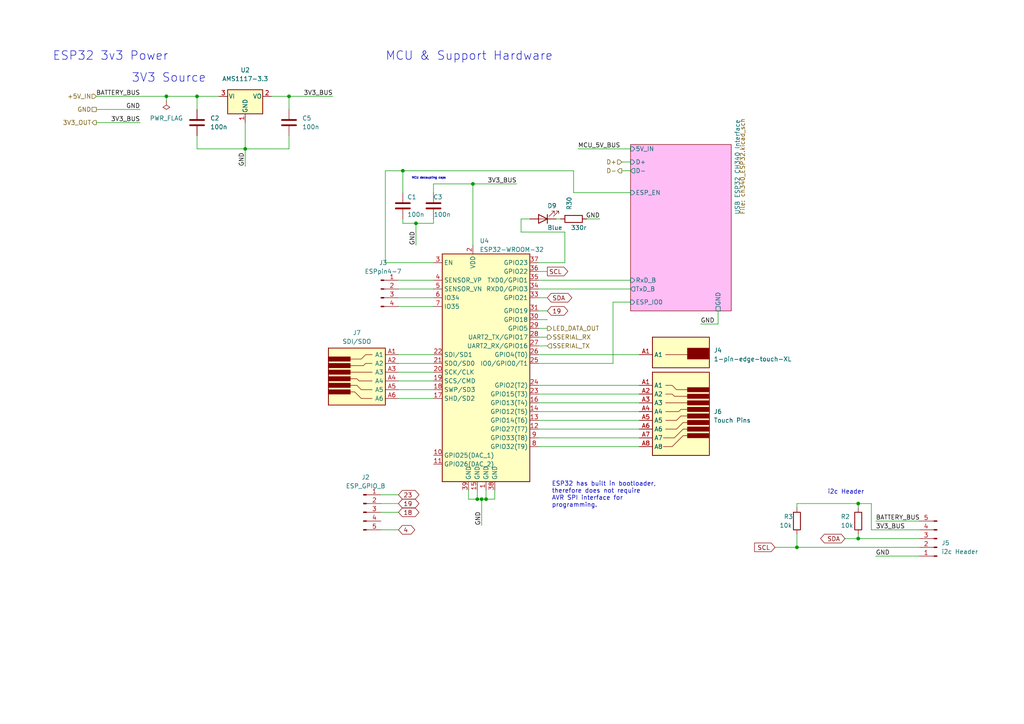
<source format=kicad_sch>
(kicad_sch (version 20230121) (generator eeschema)
  (paper "A4")
  (lib_symbols
    (symbol "000-edge-connectors-immo:1-pin-edge-touch-XL"
      (property "Reference" "J" (at -8.89 22.86 0))
      (property "Value" "1-pin-edge-touch-XL" (at -2.54 20.32 0))
      (symbol "1-pin-edge-touch-XL_0_1"
        (rectangle (start -11.43 17.78) (end 5.08 8.89) (stroke (width 0.254)) (fill (type background)))
        (rectangle (start -1.27 14.605) (end 5.08 11.43) (fill (type color) (color 132 0 0 1)))
        (polyline (pts (xy -7.62 12.7) (xy -5.715 12.7) (xy -5.08 12.7) (xy -1.27 12.7)))
      )
      (symbol "1-pin-edge-touch-XL_1_1"
        (pin passive line (at -15.24 12.7 0) (length 3.81) (name "A1") (number "A1"))
      )
    )
    (symbol "000-edge-connectors-immo:6-pin-edge-touch"
      (property "Reference" "J" (at -8.89 22.86 0))
      (property "Value" "6-pin-edge-touch" (at -2.54 20.32 0))
      (symbol "6-pin-edge-touch_0_1"
        (rectangle (start -11.43 17.145) (end 5.08 0.635) (stroke (width 0.254)) (fill (type background)))
        (rectangle (start -1.27 5.08) (end 5.08 3.81) (fill (type color) (color 132 0 0 1)))
        (rectangle (start -1.27 6.985) (end 5.08 5.715) (fill (type color) (color 132 0 0 1)))
        (rectangle (start -1.27 8.89) (end 5.08 7.62) (fill (type color) (color 132 0 0 1)))
        (rectangle (start -1.27 10.795) (end 5.08 9.525) (fill (type color) (color 132 0 0 1)))
        (rectangle (start -1.27 12.7) (end 5.08 11.43) (fill (type color) (color 132 0 0 1)))
        (rectangle (start -1.27 14.605) (end 5.08 13.335) (fill (type color) (color 132 0 0 1)))
        (polyline (pts (xy -7.62 10.16) (xy -1.27 10.16)))
        (polyline (pts (xy -7.62 2.54) (xy -4.445 2.54) (xy -2.54 4.445) (xy -1.27 4.445)))
        (polyline (pts (xy -7.62 5.08) (xy -4.445 5.08) (xy -3.175 6.35) (xy -1.27 6.35)))
        (polyline (pts (xy -7.62 7.62) (xy -3.81 7.62) (xy -3.175 8.255) (xy -1.27 8.255)))
        (polyline (pts (xy -7.62 12.7) (xy -5.715 12.7) (xy -5.08 12.065) (xy -1.27 12.065)))
        (polyline (pts (xy -7.62 15.24) (xy -5.715 15.24) (xy -4.445 13.97) (xy -1.27 13.97)))
      )
      (symbol "6-pin-edge-touch_1_1"
        (pin passive line (at -15.24 15.24 0) (length 3.81) (name "A1") (number "A1"))
        (pin passive line (at -15.24 12.7 0) (length 3.81) (name "A2") (number "A2"))
        (pin passive line (at -15.24 10.16 0) (length 3.81) (name "A3") (number "A3"))
        (pin passive line (at -15.24 7.62 0) (length 3.81) (name "A4") (number "A4"))
        (pin passive line (at -15.24 5.08 0) (length 3.81) (name "A5") (number "A5"))
        (pin passive line (at -15.24 2.54 0) (length 3.81) (name "A6") (number "A6"))
      )
    )
    (symbol "000-edge-connectors-immo:8-pin-edge-touch"
      (property "Reference" "J" (at -8.89 22.86 0))
      (property "Value" "8-pin-edge-touch" (at -2.54 20.32 0))
      (symbol "8-pin-edge-touch_0_1"
        (rectangle (start -11.43 19.05) (end 5.08 -5.08) (stroke (width 0.254)) (fill (type background)))
        (rectangle (start -1.27 1.27) (end 5.08 0) (fill (type color) (color 132 0 0 1)))
        (rectangle (start -1.27 3.175) (end 5.08 1.905) (fill (type color) (color 132 0 0 1)))
        (rectangle (start -1.27 5.08) (end 5.08 3.81) (fill (type color) (color 132 0 0 1)))
        (rectangle (start -1.27 6.985) (end 5.08 5.715) (fill (type color) (color 132 0 0 1)))
        (rectangle (start -1.27 8.89) (end 5.08 7.62) (fill (type color) (color 132 0 0 1)))
        (rectangle (start -1.27 10.795) (end 5.08 9.525) (fill (type color) (color 132 0 0 1)))
        (rectangle (start -1.27 12.7) (end 5.08 11.43) (fill (type color) (color 132 0 0 1)))
        (rectangle (start -1.27 14.605) (end 5.08 13.335) (fill (type color) (color 132 0 0 1)))
        (polyline (pts (xy -7.62 10.16) (xy -1.27 10.16)))
        (polyline (pts (xy -8.255 -2.54) (xy -5.715 -2.54) (xy -2.54 0.635) (xy -1.27 0.635)))
        (polyline (pts (xy -8.255 0) (xy -5.08 0) (xy -2.54 2.54) (xy -1.27 2.54)))
        (polyline (pts (xy -7.62 2.54) (xy -4.445 2.54) (xy -2.54 4.445) (xy -1.27 4.445)))
        (polyline (pts (xy -7.62 5.08) (xy -4.445 5.08) (xy -3.175 6.35) (xy -1.27 6.35)))
        (polyline (pts (xy -7.62 7.62) (xy -3.81 7.62) (xy -3.175 8.255) (xy -1.27 8.255)))
        (polyline (pts (xy -7.62 12.7) (xy -5.715 12.7) (xy -5.08 12.065) (xy -1.27 12.065)))
        (polyline (pts (xy -7.62 15.24) (xy -5.715 15.24) (xy -4.445 13.97) (xy -1.27 13.97)))
      )
      (symbol "8-pin-edge-touch_1_1"
        (pin passive line (at -15.24 15.24 0) (length 3.81) (name "A1") (number "A1"))
        (pin passive line (at -15.24 12.7 0) (length 3.81) (name "A2") (number "A2"))
        (pin passive line (at -15.24 10.16 0) (length 3.81) (name "A3") (number "A3"))
        (pin passive line (at -15.24 7.62 0) (length 3.81) (name "A4") (number "A4"))
        (pin passive line (at -15.24 5.08 0) (length 3.81) (name "A5") (number "A5"))
        (pin passive line (at -15.24 2.54 0) (length 3.81) (name "A6") (number "A6"))
        (pin passive line (at -15.24 0 0) (length 3.81) (name "A7") (number "A7"))
        (pin passive line (at -15.24 -2.54 0) (length 3.81) (name "A8") (number "A8"))
      )
    )
    (symbol "000_Capacitor_Film_Immo:cap_film_0805" (pin_numbers hide) (pin_names (offset 0.254))
      (property "Reference" "C" (at 0.635 2.54 0))
      (property "Value" "cap_film_0805" (at 0.635 -2.54 0))
      (symbol "cap_film_0805_0_1"
        (polyline (pts (xy -2.032 -0.762) (xy 2.032 -0.762)) (stroke (width 0.508)))
        (polyline (pts (xy -2.032 0.762) (xy 2.032 0.762)) (stroke (width 0.508)))
      )
      (symbol "cap_film_0805_1_1"
        (pin passive line (at 0 3.81 270) (length 2.794) (name "~") (number "1"))
        (pin passive line (at 0 -3.81 90) (length 2.794) (name "~") (number "2"))
      )
    )
    (symbol "000_Diodes_Immo:LED_0805_smd" (pin_numbers hide) (pin_names (offset 1.016) hide)
      (property "Reference" "D" (at 0 2.54 0))
      (property "Value" "LED_0805_smd" (at 0 -3.81 0))
      (symbol "LED_0805_smd_0_1"
        (polyline (pts (xy -1.27 -1.27) (xy -1.27 1.27)) (stroke (width 0.254)))
        (polyline (pts (xy -1.27 0) (xy 1.27 0)))
        (polyline (pts (xy 1.27 -1.27) (xy 1.27 1.27) (xy -1.27 0) (xy 1.27 -1.27)) (stroke (width 0.254)))
        (polyline (pts (xy -3.048 -0.762) (xy -4.572 -2.286) (xy -3.81 -2.286) (xy -4.572 -2.286) (xy -4.572 -1.524)))
        (polyline (pts (xy -1.778 -0.762) (xy -3.302 -2.286) (xy -2.54 -2.286) (xy -3.302 -2.286) (xy -3.302 -1.524)))
      )
      (symbol "LED_0805_smd_1_1"
        (pin passive line (at -3.81 0 0) (length 2.54) (name "K") (number "1"))
        (pin passive line (at 3.81 0 180) (length 2.54) (name "A") (number "2"))
      )
    )
    (symbol "000_MCU_microcontrollers_Immo:ESP32-WROOM-32_2"
      (property "Reference" "U" (at -12.7 34.29 0))
      (property "Value" "ESP32-WROOM-32" (at 1.27 34.29 0))
      (symbol "ESP32-WROOM-32_2_0_1"
        (rectangle (start -12.7 33.02) (end 12.7 -33.02) (stroke (width 0.254)) (fill (type background)))
      )
      (symbol "ESP32-WROOM-32_2_1_1"
        (pin power_in line (at 0 -35.56 90) (length 2.54) (name "GND") (number "1"))
        (pin bidirectional line (at -15.24 -25.4 0) (length 2.54) (name "GPIO25(DAC_1)") (number "10"))
        (pin bidirectional line (at -15.24 -27.94 0) (length 2.54) (name "GPIO26(DAC_2)") (number "11"))
        (pin bidirectional line (at 15.24 -17.78 180) (length 2.54) (name "GPIO27(T7)") (number "12"))
        (pin bidirectional line (at 15.24 -15.24 180) (length 2.54) (name "GPIO14(T6)") (number "13"))
        (pin bidirectional line (at 15.24 -12.7 180) (length 2.54) (name "GPIO12(T5)") (number "14"))
        (pin passive line (at -2.54 -35.56 90) (length 2.54) (name "GND") (number "15"))
        (pin bidirectional line (at 15.24 -10.16 180) (length 2.54) (name "GPIO13(T4)") (number "16"))
        (pin bidirectional line (at -15.24 -8.89 0) (length 2.54) (name "SHD/SD2") (number "17"))
        (pin bidirectional line (at -15.24 -6.35 0) (length 2.54) (name "SWP/SD3") (number "18"))
        (pin bidirectional line (at -15.24 -3.81 0) (length 2.54) (name "SCS/CMD") (number "19"))
        (pin power_in line (at -3.81 35.56 270) (length 2.54) (name "VDD") (number "2"))
        (pin bidirectional line (at -15.24 -1.27 0) (length 2.54) (name "SCK/CLK") (number "20"))
        (pin bidirectional line (at -15.24 1.27 0) (length 2.54) (name "SDO/SD0") (number "21"))
        (pin bidirectional line (at -15.24 3.81 0) (length 2.54) (name "SDI/SD1") (number "22"))
        (pin bidirectional line (at 15.24 -7.62 180) (length 2.54) (name "GPIO15(T3)") (number "23"))
        (pin bidirectional line (at 15.24 -5.08 180) (length 2.54) (name "GPIO2(T2)") (number "24"))
        (pin bidirectional line (at 15.24 1.27 180) (length 2.54) (name "IO0/GPIO0/T1") (number "25"))
        (pin bidirectional line (at 15.24 3.81 180) (length 2.54) (name "GPIO4(T0)") (number "26"))
        (pin bidirectional line (at 15.24 6.35 180) (length 2.54) (name "UART2_RX/GPIO16") (number "27"))
        (pin bidirectional line (at 15.24 8.89 180) (length 2.54) (name "UART2_TX/GPIO17") (number "28"))
        (pin bidirectional line (at 15.24 11.43 180) (length 2.54) (name "GPIO5") (number "29"))
        (pin input line (at -15.24 30.48 0) (length 2.54) (name "EN") (number "3"))
        (pin bidirectional line (at 15.24 13.97 180) (length 2.54) (name "GPIO18") (number "30"))
        (pin bidirectional line (at 15.24 16.51 180) (length 2.54) (name "GPIO19") (number "31"))
        (pin no_connect line (at 5.08 -35.56 90) (length 2.54) hide (name "NC") (number "32"))
        (pin bidirectional line (at 15.24 20.32 180) (length 2.54) (name "GPIO21") (number "33"))
        (pin bidirectional line (at 15.24 22.86 180) (length 2.54) (name "RXD0/GPIO3") (number "34"))
        (pin bidirectional line (at 15.24 25.4 180) (length 2.54) (name "TXD0/GPIO1") (number "35"))
        (pin bidirectional line (at 15.24 27.94 180) (length 2.54) (name "GPIO22") (number "36"))
        (pin bidirectional line (at 15.24 30.48 180) (length 2.54) (name "GPIO23") (number "37"))
        (pin passive line (at 2.54 -35.56 90) (length 2.54) (name "GND") (number "38"))
        (pin passive line (at -5.08 -35.56 90) (length 2.54) (name "GND") (number "39"))
        (pin input line (at -15.24 25.4 0) (length 2.54) (name "SENSOR_VP") (number "4"))
        (pin input line (at -15.24 22.86 0) (length 2.54) (name "SENSOR_VN") (number "5"))
        (pin input line (at -15.24 20.32 0) (length 2.54) (name "IO34") (number "6"))
        (pin input line (at -15.24 17.78 0) (length 2.54) (name "IO35") (number "7"))
        (pin bidirectional line (at 15.24 -22.86 180) (length 2.54) (name "GPIO32(T9)") (number "8"))
        (pin bidirectional line (at 15.24 -20.32 180) (length 2.54) (name "GPIO33(T8)") (number "9"))
      )
    )
    (symbol "000_Resistors_Immo:Resistor_0805" (pin_numbers hide) (pin_names (offset 0))
      (property "Reference" "R?" (at 2.54 1.2701 0))
      (property "Value" "Resistor_0805" (at 2.54 -1.2699 0))
      (symbol "Resistor_0805_0_1"
        (rectangle (start -1.016 -2.54) (end 1.016 2.54) (stroke (width 0.254)))
      )
      (symbol "Resistor_0805_1_1"
        (pin passive line (at 0 3.81 270) (length 1.27) (name "~") (number "1"))
        (pin passive line (at 0 -3.81 90) (length 1.27) (name "~") (number "2"))
      )
    )
    (symbol "Connector:Conn_01x04_Male" (pin_names (offset 1.016) hide)
      (property "Reference" "J" (at 0 5.08 0))
      (property "Value" "Conn_01x04_Male" (at 0 -7.62 0))
      (symbol "Conn_01x04_Male_1_1"
        (polyline (pts (xy 1.27 -5.08) (xy 0.8636 -5.08)) (stroke (width 0.1524)))
        (polyline (pts (xy 1.27 -2.54) (xy 0.8636 -2.54)) (stroke (width 0.1524)))
        (polyline (pts (xy 1.27 0) (xy 0.8636 0)) (stroke (width 0.1524)))
        (polyline (pts (xy 1.27 2.54) (xy 0.8636 2.54)) (stroke (width 0.1524)))
        (rectangle (start 0.8636 -4.953) (end 0 -5.207) (stroke (width 0.1524)) (fill (type outline)))
        (rectangle (start 0.8636 -2.413) (end 0 -2.667) (stroke (width 0.1524)) (fill (type outline)))
        (rectangle (start 0.8636 0.127) (end 0 -0.127) (stroke (width 0.1524)) (fill (type outline)))
        (rectangle (start 0.8636 2.667) (end 0 2.413) (stroke (width 0.1524)) (fill (type outline)))
        (pin passive line (at 5.08 2.54 180) (length 3.81) (name "Pin_1") (number "1"))
        (pin passive line (at 5.08 0 180) (length 3.81) (name "Pin_2") (number "2"))
        (pin passive line (at 5.08 -2.54 180) (length 3.81) (name "Pin_3") (number "3"))
        (pin passive line (at 5.08 -5.08 180) (length 3.81) (name "Pin_4") (number "4"))
      )
    )
    (symbol "Connector:Conn_01x05_Male" (pin_names (offset 1.016) hide)
      (property "Reference" "J" (at 0 7.62 0))
      (property "Value" "Conn_01x05_Male" (at 0 -7.62 0))
      (symbol "Conn_01x05_Male_1_1"
        (polyline (pts (xy 1.27 -5.08) (xy 0.8636 -5.08)) (stroke (width 0.1524)))
        (polyline (pts (xy 1.27 -2.54) (xy 0.8636 -2.54)) (stroke (width 0.1524)))
        (polyline (pts (xy 1.27 0) (xy 0.8636 0)) (stroke (width 0.1524)))
        (polyline (pts (xy 1.27 2.54) (xy 0.8636 2.54)) (stroke (width 0.1524)))
        (polyline (pts (xy 1.27 5.08) (xy 0.8636 5.08)) (stroke (width 0.1524)))
        (rectangle (start 0.8636 -4.953) (end 0 -5.207) (stroke (width 0.1524)) (fill (type outline)))
        (rectangle (start 0.8636 -2.413) (end 0 -2.667) (stroke (width 0.1524)) (fill (type outline)))
        (rectangle (start 0.8636 0.127) (end 0 -0.127) (stroke (width 0.1524)) (fill (type outline)))
        (rectangle (start 0.8636 2.667) (end 0 2.413) (stroke (width 0.1524)) (fill (type outline)))
        (rectangle (start 0.8636 5.207) (end 0 4.953) (stroke (width 0.1524)) (fill (type outline)))
        (pin passive line (at 5.08 5.08 180) (length 3.81) (name "Pin_1") (number "1"))
        (pin passive line (at 5.08 2.54 180) (length 3.81) (name "Pin_2") (number "2"))
        (pin passive line (at 5.08 0 180) (length 3.81) (name "Pin_3") (number "3"))
        (pin passive line (at 5.08 -2.54 180) (length 3.81) (name "Pin_4") (number "4"))
        (pin passive line (at 5.08 -5.08 180) (length 3.81) (name "Pin_5") (number "5"))
      )
    )
    (symbol "Regulator_Linear:AMS1117-3.3" (pin_names (offset 0.254))
      (property "Reference" "U" (at -3.81 3.175 0))
      (property "Value" "AMS1117-3.3" (at 0 3.175 0))
      (symbol "AMS1117-3.3_0_1"
        (rectangle (start -5.08 -5.08) (end 5.08 1.905) (stroke (width 0.254)) (fill (type background)))
      )
      (symbol "AMS1117-3.3_1_1"
        (pin power_in line (at 0 -7.62 90) (length 2.54) (name "GND") (number "1"))
        (pin power_out line (at 7.62 0 180) (length 2.54) (name "VO") (number "2"))
        (pin power_in line (at -7.62 0 0) (length 2.54) (name "VI") (number "3"))
      )
    )
    (symbol "power:PWR_FLAG" (power) (pin_numbers hide) (pin_names (offset 0) hide)
      (property "Value" "PWR_FLAG" (at 0 3.81 0))
      (symbol "PWR_FLAG_0_0"
        (pin power_out line (at 0 0 90) (length 0) (name "pwr") (number "1"))
      )
      (symbol "PWR_FLAG_0_1"
        (polyline (pts (xy 0 0) (xy 0 1.27) (xy -1.016 1.905) (xy 0 2.54) (xy 1.016 1.905) (xy 0 1.27)))
      )
    )
  )
  (junction (at 248.92 156.21))
  (junction (at 57.15 27.94))
  (junction (at 139.7 144.78))
  (junction (at 138.43 144.78))
  (junction (at 120.65 64.77))
  (junction (at 140.97 144.78))
  (junction (at 116.84 49.53))
  (junction (at 137.16 53.34))
  (junction (at 248.92 146.05))
  (junction (at 83.82 27.94))
  (junction (at 71.12 43.18))
  (junction (at 48.26 27.94))
  (junction (at 231.14 158.75))
  (wire (pts (xy 115.57 115.57) (xy 125.73 115.57)))
  (wire (pts (xy 110.49 146.05) (xy 115.57 146.05)))
  (wire (pts (xy 138.43 144.78) (xy 135.89 144.78)))
  (wire (pts (xy 139.7 144.78) (xy 139.7 152.4)))
  (wire (pts (xy 156.21 114.3) (xy 185.42 114.3)))
  (wire (pts (xy 137.16 53.34) (xy 137.16 71.12)))
  (wire (pts (xy 208.28 93.98) (xy 203.2 93.98)))
  (wire (pts (xy 116.84 64.77) (xy 120.65 64.77)))
  (wire (pts (xy 156.21 86.36) (xy 158.75 86.36)))
  (wire (pts (xy 161.29 63.5) (xy 162.56 63.5)))
  (wire (pts (xy 125.73 53.34) (xy 137.16 53.34)))
  (wire (pts (xy 48.26 27.94) (xy 57.15 27.94)))
  (wire (pts (xy 27.94 27.94) (xy 48.26 27.94)))
  (wire (pts (xy 156.21 95.25) (xy 158.75 95.25)))
  (wire (pts (xy 149.86 53.34) (xy 137.16 53.34)))
  (wire (pts (xy 57.15 27.94) (xy 63.5 27.94)))
  (wire (pts (xy 139.7 144.78) (xy 138.43 144.78)))
  (wire (pts (xy 120.65 64.77) (xy 120.65 71.12)))
  (wire (pts (xy 156.21 92.71) (xy 158.75 92.71)))
  (wire (pts (xy 116.84 49.53) (xy 166.37 49.53)))
  (wire (pts (xy 48.26 27.94) (xy 48.26 29.21)))
  (wire (pts (xy 115.57 110.49) (xy 125.73 110.49)))
  (wire (pts (xy 163.83 76.2) (xy 163.83 67.31)))
  (wire (pts (xy 158.75 97.79) (xy 156.21 97.79)))
  (wire (pts (xy 71.12 43.18) (xy 83.82 43.18)))
  (wire (pts (xy 156.21 121.92) (xy 185.42 121.92)))
  (wire (pts (xy 254 161.29) (xy 266.7 161.29)))
  (wire (pts (xy 140.97 144.78) (xy 143.51 144.78)))
  (wire (pts (xy 110.49 153.67) (xy 115.57 153.67)))
  (wire (pts (xy 252.73 146.05) (xy 252.73 153.67)))
  (wire (pts (xy 156.21 76.2) (xy 163.83 76.2)))
  (wire (pts (xy 180.34 49.53) (xy 182.88 49.53)))
  (wire (pts (xy 125.73 63.5) (xy 125.73 64.77)))
  (wire (pts (xy 156.21 105.41) (xy 177.8 105.41)))
  (wire (pts (xy 177.8 87.63) (xy 177.8 105.41)))
  (wire (pts (xy 167.64 43.18) (xy 182.88 43.18)))
  (wire (pts (xy 170.18 63.5) (xy 173.99 63.5)))
  (wire (pts (xy 115.57 88.9) (xy 125.73 88.9)))
  (wire (pts (xy 156.21 102.87) (xy 185.42 102.87)))
  (wire (pts (xy 248.92 156.21) (xy 266.7 156.21)))
  (wire (pts (xy 138.43 144.78) (xy 138.43 142.24)))
  (wire (pts (xy 252.73 153.67) (xy 266.7 153.67)))
  (wire (pts (xy 115.57 81.28) (xy 125.73 81.28)))
  (wire (pts (xy 156.21 81.28) (xy 182.88 81.28)))
  (wire (pts (xy 78.74 27.94) (xy 83.82 27.94)))
  (wire (pts (xy 115.57 102.87) (xy 125.73 102.87)))
  (wire (pts (xy 156.21 83.82) (xy 182.88 83.82)))
  (wire (pts (xy 231.14 158.75) (xy 266.7 158.75)))
  (wire (pts (xy 156.21 116.84) (xy 185.42 116.84)))
  (wire (pts (xy 180.34 46.99) (xy 182.88 46.99)))
  (wire (pts (xy 166.37 55.88) (xy 182.88 55.88)))
  (wire (pts (xy 135.89 144.78) (xy 135.89 142.24)))
  (wire (pts (xy 110.49 143.51) (xy 115.57 143.51)))
  (wire (pts (xy 151.13 67.31) (xy 151.13 63.5)))
  (wire (pts (xy 252.73 146.05) (xy 248.92 146.05)))
  (wire (pts (xy 156.21 78.74) (xy 158.75 78.74)))
  (wire (pts (xy 156.21 124.46) (xy 185.42 124.46)))
  (wire (pts (xy 27.94 35.56) (xy 40.64 35.56)))
  (wire (pts (xy 163.83 67.31) (xy 151.13 67.31)))
  (wire (pts (xy 83.82 39.37) (xy 83.82 43.18)))
  (wire (pts (xy 125.73 76.2) (xy 111.76 76.2)))
  (wire (pts (xy 115.57 113.03) (xy 125.73 113.03)))
  (wire (pts (xy 83.82 27.94) (xy 96.52 27.94)))
  (wire (pts (xy 254 151.13) (xy 266.7 151.13)))
  (wire (pts (xy 177.8 87.63) (xy 182.88 87.63)))
  (wire (pts (xy 156.21 111.76) (xy 185.42 111.76)))
  (wire (pts (xy 140.97 144.78) (xy 139.7 144.78)))
  (wire (pts (xy 71.12 43.18) (xy 57.15 43.18)))
  (wire (pts (xy 248.92 146.05) (xy 231.14 146.05)))
  (wire (pts (xy 245.11 156.21) (xy 248.92 156.21)))
  (wire (pts (xy 115.57 105.41) (xy 125.73 105.41)))
  (wire (pts (xy 156.21 127) (xy 185.42 127)))
  (wire (pts (xy 27.94 31.75) (xy 40.64 31.75)))
  (wire (pts (xy 115.57 86.36) (xy 125.73 86.36)))
  (wire (pts (xy 71.12 43.18) (xy 71.12 48.26)))
  (wire (pts (xy 156.21 129.54) (xy 185.42 129.54)))
  (wire (pts (xy 110.49 148.59) (xy 115.57 148.59)))
  (wire (pts (xy 156.21 90.17) (xy 158.75 90.17)))
  (wire (pts (xy 143.51 144.78) (xy 143.51 142.24)))
  (wire (pts (xy 57.15 27.94) (xy 57.15 31.75)))
  (wire (pts (xy 140.97 142.24) (xy 140.97 144.78)))
  (wire (pts (xy 115.57 107.95) (xy 125.73 107.95)))
  (wire (pts (xy 158.75 100.33) (xy 156.21 100.33)))
  (wire (pts (xy 111.76 49.53) (xy 116.84 49.53)))
  (wire (pts (xy 231.14 146.05) (xy 231.14 147.32)))
  (wire (pts (xy 71.12 35.56) (xy 71.12 43.18)))
  (wire (pts (xy 224.79 158.75) (xy 231.14 158.75)))
  (wire (pts (xy 156.21 119.38) (xy 185.42 119.38)))
  (wire (pts (xy 116.84 63.5) (xy 116.84 64.77)))
  (wire (pts (xy 83.82 27.94) (xy 83.82 31.75)))
  (wire (pts (xy 151.13 63.5) (xy 153.67 63.5)))
  (wire (pts (xy 231.14 158.75) (xy 231.14 154.94)))
  (wire (pts (xy 248.92 147.32) (xy 248.92 146.05)))
  (wire (pts (xy 125.73 55.88) (xy 125.73 53.34)))
  (wire (pts (xy 57.15 39.37) (xy 57.15 43.18)))
  (wire (pts (xy 116.84 49.53) (xy 116.84 55.88)))
  (wire (pts (xy 115.57 83.82) (xy 125.73 83.82)))
  (wire (pts (xy 111.76 76.2) (xy 111.76 49.53)))
  (wire (pts (xy 248.92 154.94) (xy 248.92 156.21)))
  (wire (pts (xy 208.28 90.17) (xy 208.28 93.98)))
  (wire (pts (xy 166.37 49.53) (xy 166.37 55.88)))
  (wire (pts (xy 125.73 64.77) (xy 120.65 64.77)))
  (text "MCU & Support Hardware" (at 111.76 17.78 0) (effects (font (size 2.5 2.5)) (justify left bottom)))
  (text "MCU decoupling caps" (at 119.38 52.07 0) (effects (font (size 0.6 0.6)) (justify left bottom)))
  (text "ESP32 3v3 Power" (at 15.24 17.78 0) (effects (font (size 2.5 2.5)) (justify left bottom)))
  (text "ESP32 has built in bootloader,\ntherefore does not require\nAVR SPI interface for\nprogramming." (at 160.02 147.32 0) (effects (font (size 1.27 1.27)) (justify left bottom)))
  (text "3V3 Source" (at 38.1 24.13 0) (effects (font (size 2.5 2.5)) (justify left bottom)))
  (text "i2c Header" (at 240.03 143.51 0) (effects (font (size 1.27 1.27)) (justify left bottom)))
  (label "GND" (at 203.2 93.98 0))
  (label "3V3_BUS" (at 96.52 27.94 180))
  (label "GND" (at 40.64 31.75 180))
  (label "GND" (at 139.7 152.4 90))
  (label "GND" (at 71.12 48.26 90))
  (label "GND" (at 254 161.29 0))
  (label "3V3_BUS" (at 254 153.67 0))
  (label "3V3_BUS" (at 40.64 35.56 180))
  (label "GND" (at 173.99 63.5 180))
  (label "MCU_5V_BUS" (at 167.64 43.18 0))
  (label "BATTERY_BUS" (at 40.64 27.94 180))
  (label "3V3_BUS" (at 149.86 53.34 180))
  (label "GND" (at 120.65 71.12 90))
  (label "BATTERY_BUS" (at 254 151.13 0))
  (global_label "SDA" (shape bidirectional) (at 158.75 86.36 0) (property "Intersheetrefs" "${INTERSHEET_REFS}" (effects hide)))
  (global_label "SCL" (shape input) (at 224.79 158.75 180) (property "Intersheetrefs" "${INTERSHEET_REFS}" (effects hide)))
  (global_label "19" (shape bidirectional) (at 158.75 90.17 0) (property "Intersheetrefs" "${INTERSHEET_REFS}" (effects hide)))
  (global_label "23" (shape bidirectional) (at 115.57 143.51 0) (property "Intersheetrefs" "${INTERSHEET_REFS}" (effects hide)))
  (global_label "SCL" (shape output) (at 158.75 78.74 0) (property "Intersheetrefs" "${INTERSHEET_REFS}" (effects hide)))
  (global_label "4" (shape bidirectional) (at 115.57 153.67 0) (property "Intersheetrefs" "${INTERSHEET_REFS}" (effects hide)))
  (global_label "19" (shape bidirectional) (at 115.57 146.05 0) (property "Intersheetrefs" "${INTERSHEET_REFS}" (effects hide)))
  (global_label "SDA" (shape bidirectional) (at 245.11 156.21 180) (property "Intersheetrefs" "${INTERSHEET_REFS}" (effects hide)))
  (global_label "18" (shape bidirectional) (at 115.57 148.59 0) (property "Intersheetrefs" "${INTERSHEET_REFS}" (effects hide)))
  (hierarchical_label "3V3_OUT" (shape output) (at 27.94 35.56 180))
  (hierarchical_label "SSERIAL_TX" (shape input) (at 158.75 100.33 0))
  (hierarchical_label "D+" (shape input) (at 180.34 46.99 180))
  (hierarchical_label "D-" (shape output) (at 180.34 49.53 180))
  (hierarchical_label "GND" (shape passive) (at 27.94 31.75 180))
  (hierarchical_label "+5V_IN" (shape input) (at 27.94 27.94 180))
  (hierarchical_label "LED_DATA_OUT" (shape output) (at 158.75 95.25 0))
  (hierarchical_label "SSERIAL_RX" (shape output) (at 158.75 97.79 0))
  (symbol (lib_id "000-edge-connectors-immo:1-pin-edge-touch-XL") (at 200.66 115.57 0) (unit 1)
    (property "Reference" "J4" (at 207.01 101.6 0) (effects (justify left)))
    (property "Value" "1-pin-edge-touch-XL" (at 207.01 104.14 0) (effects (justify left)))
    (property "Footprint" "Connector_PCBEdge:BUS_PCIexpress_x1" (effects hide))
    (property "Datasheet" "http://www.ritrontek.com/uploadfile/2016/1026/20161026105231124.pdf#page=63" (effects hide))
  )
  (symbol (lib_id "000_MCU_microcontrollers_Immo:ESP32-WROOM-32_2") (at 140.97 106.68 0) (unit 1)
    (property "Reference" "U4" (at 139.1159 69.85 0) (effects (justify left)))
    (property "Value" "ESP32-WROOM-32" (at 139.1159 72.39 0) (effects (justify left)))
    (property "Footprint" "RF_Module:ESP32-WROOM-32" (effects hide))
    (property "Datasheet" "https://www.espressif.com/sites/default/files/documentation/esp32-wroom-32_datasheet_en.pdf" (effects hide))
  )
  (symbol (lib_id "Regulator_Linear:AMS1117-3.3") (at 71.12 27.94 0) (unit 1)
    (property "Reference" "U2" (at 71.12 20.32 0))
    (property "Value" "AMS1117-3.3" (at 71.12 22.86 0))
    (property "Footprint" "Package_TO_SOT_SMD:SOT-223-3_TabPin2" (effects hide))
    (property "Datasheet" "http://www.advanced-monolithic.com/pdf/ds1117.pdf" (effects hide))
  )
  (symbol (lib_id "000_Resistors_Immo:Resistor_0805") (at 248.92 151.13 0) (unit 1)
    (property "Reference" "R2" (at 243.84 149.86 0) (effects (justify left)))
    (property "Value" "10k" (at 243.84 152.4 0) (effects (justify left)))
    (property "Footprint" "Resistor_SMD:R_0805_2012Metric_Pad1.20x1.40mm_HandSolder" (effects hide))
  )
  (symbol (lib_id "000_Capacitor_Film_Immo:cap_film_0805") (at 57.15 35.56 0) (unit 1)
    (property "Reference" "C2" (at 60.96 34.2899 0) (effects (justify left)))
    (property "Value" "100n" (at 60.96 36.8299 0) (effects (justify left)))
    (property "Footprint" "Capacitor_SMD:C_0805_2012Metric_Pad1.18x1.45mm_HandSolder" (effects hide))
  )
  (symbol (lib_id "000-edge-connectors-immo:8-pin-edge-touch") (at 200.66 127 0) (unit 1)
    (property "Reference" "J6" (at 207.01 119.38 0) (effects (justify left)))
    (property "Value" "Touch Pins" (at 207.01 121.92 0) (effects (justify left)))
    (property "Footprint" "Connector_PCBEdge:BUS_PCIexpress_x1" (effects hide))
    (property "Datasheet" "http://www.ritrontek.com/uploadfile/2016/1026/20161026105231124.pdf#page=63" (effects hide))
  )
  (symbol (lib_id "Connector:Conn_01x05_Male") (at 105.41 148.59 0) (unit 1)
    (property "Reference" "J2" (at 106.045 138.43 0))
    (property "Value" "ESP_GPIO_B" (at 106.045 140.97 0))
    (property "Footprint" "Connector_PinHeader_1.27mm:PinHeader_1x05_P1.27mm_Vertical" (effects hide))
  )
  (symbol (lib_id "power:PWR_FLAG") (at 48.26 29.21 180) (unit 1)
    (property "Reference" "#FLG0101" (effects hide))
    (property "Value" "PWR_FLAG" (at 48.26 34.29 0))
  )
  (symbol (lib_id "000_Resistors_Immo:Resistor_0805") (at 166.37 63.5 90) (unit 1)
    (property "Reference" "R30" (at 165.0999 60.96 0) (effects (justify left)))
    (property "Value" "330r" (at 170.18 66.04 90) (effects (justify left)))
    (property "Footprint" "Resistor_SMD:R_0805_2012Metric_Pad1.20x1.40mm_HandSolder" (effects hide))
  )
  (symbol (lib_id "000_Diodes_Immo:LED_0805_smd") (at 157.48 63.5 180) (unit 1)
    (property "Reference" "D9" (at 158.75 59.69 0) (effects (justify right)))
    (property "Value" "Blue" (at 158.75 66.04 0) (effects (justify right)))
    (property "Footprint" "LED_SMD:LED_0805_2012Metric_Pad1.15x1.40mm_HandSolder" (effects hide))
  )
  (symbol (lib_id "000-edge-connectors-immo:6-pin-edge-touch") (at 100.33 118.11 0) (mirror y) (unit 1)
    (property "Reference" "J7" (at 103.505 96.52 0))
    (property "Value" "SDI/SDO" (at 103.505 99.06 0))
    (property "Footprint" "Connector_PCBEdge:BUS_PCIexpress_x1" (effects hide))
    (property "Datasheet" "http://www.ritrontek.com/uploadfile/2016/1026/20161026105231124.pdf#page=63" (effects hide))
  )
  (symbol (lib_id "Connector:Conn_01x05_Male") (at 271.78 156.21 180) (unit 1)
    (property "Reference" "J5" (at 273.05 157.4801 0) (effects (justify right)))
    (property "Value" "i2c Header" (at 273.05 160.02 0) (effects (justify right)))
    (property "Footprint" "Connector_PinHeader_1.27mm:PinHeader_1x05_P1.27mm_Vertical" (effects hide))
  )
  (symbol (lib_id "000_Capacitor_Film_Immo:cap_film_0805") (at 83.82 35.56 0) (unit 1)
    (property "Reference" "C5" (at 87.63 34.2899 0) (effects (justify left)))
    (property "Value" "100n" (at 87.63 36.8299 0) (effects (justify left)))
    (property "Footprint" "Capacitor_SMD:C_0805_2012Metric_Pad1.18x1.45mm_HandSolder" (effects hide))
  )
  (symbol (lib_id "000_Capacitor_Film_Immo:cap_film_0805") (at 116.84 59.69 0) (unit 1)
    (property "Reference" "C1" (at 118.11 57.15 0) (effects (justify left)))
    (property "Value" "100n" (at 118.11 62.23 0) (effects (justify left)))
    (property "Footprint" "Capacitor_SMD:C_0805_2012Metric_Pad1.18x1.45mm_HandSolder" (effects hide))
  )
  (symbol (lib_id "Connector:Conn_01x04_Male") (at 110.49 83.82 0) (unit 1)
    (property "Reference" "J3" (at 111.125 76.2 0))
    (property "Value" "ESPpin4-7" (at 111.125 78.74 0))
    (property "Footprint" "Connector_PinHeader_1.27mm:PinHeader_1x04_P1.27mm_Vertical" (effects hide))
  )
  (symbol (lib_id "000_Resistors_Immo:Resistor_0805") (at 231.14 151.13 0) (unit 1)
    (property "Reference" "R3" (at 227.33 149.86 0) (effects (justify left)))
    (property "Value" "10k" (at 226.06 152.4 0) (effects (justify left)))
    (property "Footprint" "Resistor_SMD:R_0805_2012Metric_Pad1.20x1.40mm_HandSolder" (effects hide))
  )
  (symbol (lib_id "000_Capacitor_Film_Immo:cap_film_0805") (at 125.73 59.69 0) (unit 1)
    (property "Reference" "C3" (at 127 57.15 0))
    (property "Value" "100n" (at 128.27 62.23 0))
    (property "Footprint" "Capacitor_SMD:C_0805_2012Metric_Pad1.18x1.45mm_HandSolder" (effects hide))
  )
  (sheet (at 182.88 41.91) (size 29.21 48.26) (stroke (width 0.1524)) (fill (color 255 55 228 0.3300))
    (property "Sheetname" "USB ESP32 CH340 Interface " (at 214.63 62.23 90) (effects (justify left bottom)))
    (property "Sheetfile" "ch340_ESP32.kicad_sch" (at 214.63 62.23 90) (effects (justify left top)))
    (pin "5V_IN" input (at 182.88 43.18 180))
    (pin "RxD_B" input (at 182.88 81.28 180))
    (pin "TxD_B" output (at 182.88 83.82 180))
    (pin "ESP_EN" input (at 182.88 55.88 180))
    (pin "ESP_IO0" input (at 182.88 87.63 180))
    (pin "GND" passive (at 208.28 90.17 270))
    (pin "D+" input (at 182.88 46.99 180))
    (pin "D-" output (at 182.88 49.53 180))
  )
)
</source>
